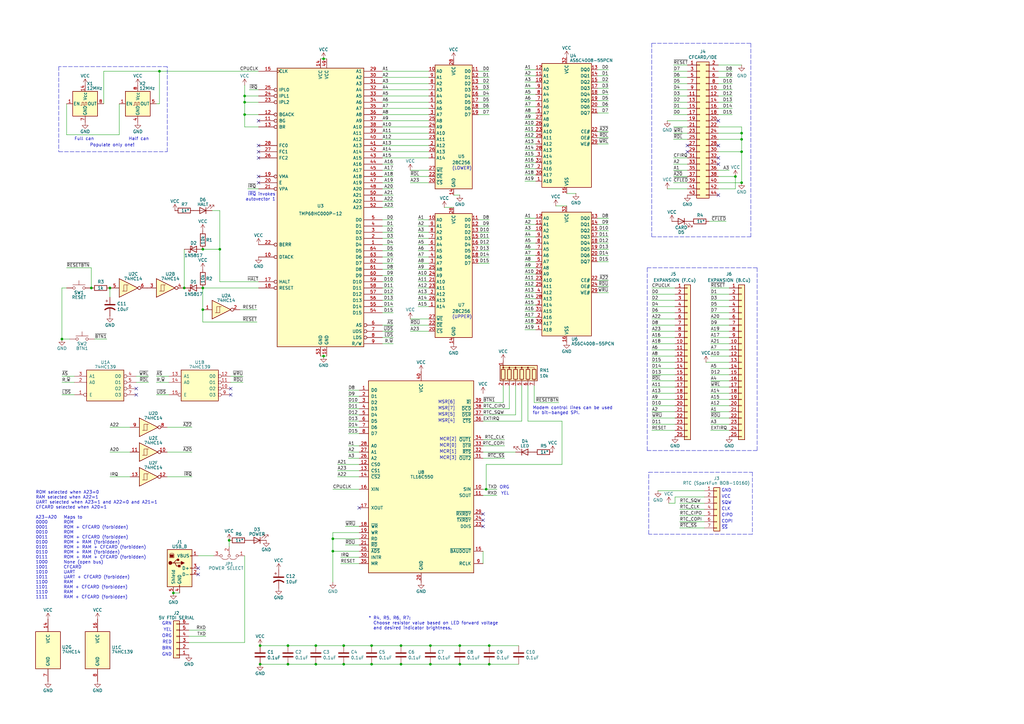
<source format=kicad_sch>
(kicad_sch (version 20250114) (generator "eeschema") (generator_version "9.0")
  (paper "A3")
  (title_block (title "68k nano single board computer") (date "2020-06-24") (rev "1") (company "Matt Sarnoff (msarnoff.org)"))
  (text "Populate only one!" (at 36.83 60.325 0) (effects (font (size 1.27 1.27)) (justify left bottom)))
  (text "MSR[5]" (at 186.69 170.815 0) (effects (font (size 1.27 1.27)) (justify right bottom)))
  (text "ROM selected when A23=0\nRAM selected when A22=1\nUART selected when A23=1 and A22=0 and A21=1\nCFCARD selected when A20=1" (at 14.605 208.915 0) (effects (font (size 1.27 1.27)) (justify left bottom)))
  (text "CLK" (at 295.91 209.55 0) (effects (font (size 1.27 1.27)) (justify left bottom)))
  (text "CIPO" (at 295.91 212.09 0) (effects (font (size 1.27 1.27)) (justify left bottom)))
  (text "RED" (at 70.485 264.16 0) (effects (font (size 1.27 1.27)) (justify right bottom)))
  (text "ORG" (at 70.485 261.62 0) (effects (font (size 1.27 1.27)) (justify right bottom)))
  (text "MCR[1]" (at 187.325 186.055 0) (effects (font (size 1.27 1.27)) (justify right bottom)))
  (text "MSR[7]" (at 186.69 168.275 0) (effects (font (size 1.27 1.27)) (justify right bottom)))
  (text "Half can" (at 52.705 57.785 0) (effects (font (size 1.27 1.27)) (justify left bottom)))
  (text "Modem control lines can be used\nfor bit-banged SPI." (at 218.44 170.18 0) (effects (font (size 1.27 1.27)) (justify left bottom)))
  (text "(LOWER)" (at 185.42 69.85 0) (effects (font (size 1.27 1.27)) (justify left bottom)))
  (text "VCC" (at 295.91 204.47 0) (effects (font (size 1.27 1.27)) (justify left bottom)))
  (text "MSR[4]" (at 186.69 173.355 0) (effects (font (size 1.27 1.27)) (justify right bottom)))
  (text "~{IRQ} invokes\nautovector 1" (at 113.03 82.55 0) (effects (font (size 1.27 1.27)) (justify right bottom)))
  (text "GRN" (at 70.485 256.54 0) (effects (font (size 1.27 1.27)) (justify right bottom)))
  (text "ORG" (at 208.915 200.66 0) (effects (font (size 1.27 1.27)) (justify right bottom)))
  (text "Full can" (at 30.48 57.785 0) (effects (font (size 1.27 1.27)) (justify left bottom)))
  (text "(UPPER)" (at 185.42 130.81 0) (effects (font (size 1.27 1.27)) (justify left bottom)))
  (text "MSR[6]" (at 186.69 165.735 0) (effects (font (size 1.27 1.27)) (justify right bottom)))
  (text "YEL" (at 70.485 259.08 0) (effects (font (size 1.27 1.27)) (justify right bottom)))
  (text "Maps to\nROM\nROM + CFCARD (forbidden)\nROM\nROM + CFCARD (forbidden)\nROM + RAM (forbidden)\nROM + RAM + CFCARD (forbidden)\nROM + RAM (forbidden)\nROM + RAM + CFCARD (forbidden)\nNone (open bus)\nCFCARD\nUART\nUART + CFCARD (forbidden)\nRAM\nRAM + CFCARD (forbidden)\nRAM\nRAM + CFCARD (forbidden)" (at 26.035 245.745 0) (effects (font (size 1.27 1.27)) (justify left bottom)))
  (text "YEL" (at 208.915 203.2 0) (effects (font (size 1.27 1.27)) (justify right bottom)))
  (text "GND" (at 295.91 201.93 0) (effects (font (size 1.27 1.27)) (justify left bottom)))
  (text "A23-A20\n0000\n0001\n0010\n0011\n0100\n0101\n0110\n0111\n1000\n1001\n1010\n1011\n1100\n1101\n1110\n1111" (at 14.605 245.745 0) (effects (font (size 1.27 1.27)) (justify left bottom)))
  (text "GND" (at 70.485 269.24 0) (effects (font (size 1.27 1.27)) (justify right bottom)))
  (text "SQW" (at 295.91 207.01 0) (effects (font (size 1.27 1.27)) (justify left bottom)))
  (text "MCR[3]" (at 187.325 188.595 0) (effects (font (size 1.27 1.27)) (justify right bottom)))
  (text "MCR[2]" (at 187.325 180.975 0) (effects (font (size 1.27 1.27)) (justify right bottom)))
  (text "MCR[0]" (at 187.325 183.515 0) (effects (font (size 1.27 1.27)) (justify right bottom)))
  (text "BRN" (at 70.485 266.7 0) (effects (font (size 1.27 1.27)) (justify right bottom)))
  (text "COPI" (at 295.91 214.63 0) (effects (font (size 1.27 1.27)) (justify left bottom)))
  (text "* R4, R5, R6, R7: \n  Choose resistor value based on LED forward voltage\n  and desired indicator brightness." (at 151.13 258.445 0) (effects (font (size 1.27 1.27)) (justify left bottom)))
  (text "~{SS}" (at 295.91 217.17 0) (effects (font (size 1.27 1.27)) (justify left bottom)))
  (junction (at 45.085 118.11))
  (junction (at 188.595 264.795))
  (junction (at 304.165 62.23))
  (junction (at 71.12 243.205))
  (junction (at 100.33 46.99))
  (junction (at 65.405 29.21))
  (junction (at 100.33 41.91))
  (junction (at 188.595 272.415))
  (junction (at 37.465 118.11))
  (junction (at 83.185 102.235))
  (junction (at 176.53 264.795))
  (junction (at 304.165 54.61))
  (junction (at 152.4 272.415))
  (junction (at 304.165 74.93))
  (junction (at 106.68 264.795))
  (junction (at 83.185 127))
  (junction (at 132.715 146.05))
  (junction (at 140.97 272.415))
  (junction (at 129.54 264.795))
  (junction (at 106.68 272.415))
  (junction (at 176.53 272.415))
  (junction (at 132.715 24.13))
  (junction (at 200.66 264.795))
  (junction (at 164.465 264.795))
  (junction (at 25.4 139.065))
  (junction (at 199.39 200.66))
  (junction (at 100.33 39.37))
  (junction (at 136.525 226.06))
  (junction (at 90.17 102.235))
  (junction (at 129.54 272.415))
  (junction (at 301.625 72.39))
  (junction (at 152.4 264.795))
  (junction (at 118.11 264.795))
  (junction (at 83.185 118.11))
  (junction (at 93.98 221.615))
  (junction (at 140.97 264.795))
  (junction (at 118.11 272.415))
  (junction (at 136.525 220.98))
  (junction (at 200.66 272.415))
  (junction (at 304.165 57.15))
  (junction (at 164.465 272.415))
  (junction (at 75.565 118.11))
  (no_connect (at 294.64 59.69))
  (no_connect (at 106.045 49.53))
  (no_connect (at 294.64 64.77))
  (no_connect (at 81.28 235.585))
  (no_connect (at 106.045 64.77))
  (no_connect (at 294.64 67.31))
  (no_connect (at 198.12 213.36))
  (no_connect (at 198.12 210.82))
  (no_connect (at 55.88 159.385))
  (no_connect (at 198.12 215.9))
  (no_connect (at 94.615 161.925))
  (no_connect (at 55.88 161.925))
  (no_connect (at 294.64 49.53))
  (no_connect (at 294.64 80.01))
  (no_connect (at 147.32 208.28))
  (no_connect (at 106.045 62.23))
  (no_connect (at 81.28 233.045))
  (no_connect (at 106.045 74.93))
  (no_connect (at 106.045 59.69))
  (no_connect (at 106.045 72.39))
  (no_connect (at 281.94 62.23))
  (no_connect (at 281.94 59.69))
  (no_connect (at 94.615 159.385))
  (wire (pts (xy 276.86 153.67) (xy 267.335 153.67)))
  (wire (pts (xy 276.86 140.97) (xy 267.335 140.97)))
  (wire (pts (xy 219.075 165.1) (xy 229.235 165.1)))
  (wire (pts (xy 219.71 99.695) (xy 215.265 99.695)))
  (polyline (pts (xy 308.61 219.075) (xy 266.065 219.075)) (stroke (width 0) (type dash)))
  (wire (pts (xy 77.47 258.445) (xy 84.455 258.445)))
  (wire (pts (xy 219.71 46.355) (xy 215.265 46.355)))
  (wire (pts (xy 212.725 272.415) (xy 200.66 272.415)))
  (wire (pts (xy 156.845 90.17) (xy 161.29 90.17)))
  (polyline (pts (xy 308.61 193.675) (xy 308.61 219.075)) (stroke (width 0) (type dash)))
  (wire (pts (xy 219.71 43.815) (xy 215.265 43.815)))
  (wire (pts (xy 219.71 69.215) (xy 215.265 69.215)))
  (wire (pts (xy 304.165 52.07) (xy 304.165 54.61)))
  (wire (pts (xy 147.32 223.52) (xy 141.605 223.52)))
  (wire (pts (xy 288.925 201.295) (xy 269.875 201.295)))
  (wire (pts (xy 219.71 112.395) (xy 215.265 112.395)))
  (wire (pts (xy 299.085 168.91) (xy 291.465 168.91)))
  (wire (pts (xy 94.615 156.845) (xy 99.695 156.845)))
  (wire (pts (xy 276.86 133.35) (xy 267.335 133.35)))
  (wire (pts (xy 230.505 190.5) (xy 230.505 172.72)))
  (wire (pts (xy 53.34 185.42) (xy 45.085 185.42)))
  (wire (pts (xy 219.71 130.175) (xy 215.265 130.175)))
  (wire (pts (xy 147.32 165.1) (xy 142.875 165.1)))
  (wire (pts (xy 156.845 125.73) (xy 161.29 125.73)))
  (wire (pts (xy 156.845 128.27) (xy 161.29 128.27)))
  (wire (pts (xy 198.12 187.96) (xy 207.01 187.96)))
  (wire (pts (xy 129.54 272.415) (xy 118.11 272.415)))
  (wire (pts (xy 133.985 24.13) (xy 132.715 24.13)))
  (wire (pts (xy 156.845 39.37) (xy 175.895 39.37)))
  (wire (pts (xy 30.48 154.305) (xy 25.4 154.305)))
  (wire (pts (xy 156.845 110.49) (xy 161.29 110.49)))
  (wire (pts (xy 198.12 170.18) (xy 211.455 170.18)))
  (wire (pts (xy 288.925 208.915) (xy 278.765 208.915)))
  (wire (pts (xy 106.68 264.795) (xy 118.11 264.795)))
  (wire (pts (xy 100.33 263.525) (xy 100.33 227.965)))
  (wire (pts (xy 219.075 158.115) (xy 219.075 165.1)))
  (wire (pts (xy 37.465 118.11) (xy 37.465 109.855)))
  (wire (pts (xy 175.895 46.99) (xy 156.845 46.99)))
  (wire (pts (xy 156.845 82.55) (xy 161.29 82.55)))
  (wire (pts (xy 156.845 57.15) (xy 175.895 57.15)))
  (wire (pts (xy 133.985 146.05) (xy 132.715 146.05)))
  (wire (pts (xy 299.085 133.35) (xy 291.465 133.35)))
  (wire (pts (xy 245.11 41.275) (xy 249.555 41.275)))
  (wire (pts (xy 198.12 226.06) (xy 198.12 231.14)))
  (wire (pts (xy 156.845 72.39) (xy 161.29 72.39)))
  (wire (pts (xy 299.085 156.21) (xy 291.465 156.21)))
  (wire (pts (xy 45.085 121.92) (xy 45.085 118.11)))
  (wire (pts (xy 175.895 72.39) (xy 168.275 72.39)))
  (wire (pts (xy 291.465 158.75) (xy 299.085 158.75)))
  (wire (pts (xy 176.53 272.415) (xy 164.465 272.415)))
  (wire (pts (xy 245.11 33.655) (xy 249.555 33.655)))
  (wire (pts (xy 196.215 46.99) (xy 200.66 46.99)))
  (wire (pts (xy 175.895 120.65) (xy 171.45 120.65)))
  (polyline (pts (xy 267.335 17.78) (xy 307.975 17.78)) (stroke (width 0) (type dash)))
  (wire (pts (xy 68.58 175.26) (xy 78.74 175.26)))
  (wire (pts (xy 219.71 135.255) (xy 215.265 135.255)))
  (wire (pts (xy 198.12 185.42) (xy 211.455 185.42)))
  (wire (pts (xy 281.94 77.47) (xy 273.685 77.47)))
  (wire (pts (xy 147.32 190.5) (xy 138.43 190.5)))
  (wire (pts (xy 83.185 118.11) (xy 106.045 118.11)))
  (wire (pts (xy 156.845 97.79) (xy 161.29 97.79)))
  (wire (pts (xy 102.235 36.83) (xy 106.045 36.83)))
  (wire (pts (xy 175.895 90.17) (xy 171.45 90.17)))
  (wire (pts (xy 249.555 53.975) (xy 245.11 53.975)))
  (wire (pts (xy 294.64 34.29) (xy 300.355 34.29)))
  (wire (pts (xy 299.085 138.43) (xy 291.465 138.43)))
  (wire (pts (xy 196.215 107.95) (xy 200.66 107.95)))
  (wire (pts (xy 299.085 148.59) (xy 289.56 148.59)))
  (wire (pts (xy 245.11 46.355) (xy 249.555 46.355)))
  (wire (pts (xy 175.895 118.11) (xy 171.45 118.11)))
  (wire (pts (xy 219.71 114.935) (xy 215.265 114.935)))
  (polyline (pts (xy 266.065 219.075) (xy 266.065 193.675)) (stroke (width 0) (type dash)))
  (wire (pts (xy 147.32 182.88) (xy 142.875 182.88)))
  (wire (pts (xy 168.275 69.85) (xy 175.895 69.85)))
  (wire (pts (xy 299.085 140.97) (xy 291.465 140.97)))
  (wire (pts (xy 27.305 55.245) (xy 27.305 42.545)))
  (wire (pts (xy 42.545 29.21) (xy 65.405 29.21)))
  (wire (pts (xy 140.97 272.415) (xy 152.4 272.415)))
  (wire (pts (xy 245.11 102.235) (xy 249.555 102.235)))
  (wire (pts (xy 281.94 39.37) (xy 276.225 39.37)))
  (wire (pts (xy 186.055 80.01) (xy 188.595 80.01)))
  (wire (pts (xy 276.86 203.835) (xy 276.86 206.375)))
  (wire (pts (xy 30.48 161.925) (xy 25.4 161.925)))
  (wire (pts (xy 219.71 102.235) (xy 215.265 102.235)))
  (wire (pts (xy 232.41 79.375) (xy 236.22 79.375)))
  (wire (pts (xy 196.215 39.37) (xy 200.66 39.37)))
  (wire (pts (xy 196.215 92.71) (xy 200.66 92.71)))
  (wire (pts (xy 175.895 97.79) (xy 171.45 97.79)))
  (wire (pts (xy 276.86 161.29) (xy 267.335 161.29)))
  (wire (pts (xy 219.71 51.435) (xy 215.265 51.435)))
  (wire (pts (xy 90.17 86.36) (xy 90.17 102.235)))
  (polyline (pts (xy 68.58 62.23) (xy 68.58 27.305)) (stroke (width 0) (type dash)))
  (wire (pts (xy 245.11 99.695) (xy 249.555 99.695)))
  (wire (pts (xy 199.39 200.66) (xy 203.835 200.66)))
  (wire (pts (xy 90.17 115.57) (xy 90.17 102.235)))
  (wire (pts (xy 196.215 31.75) (xy 200.66 31.75)))
  (wire (pts (xy 219.71 132.715) (xy 215.265 132.715)))
  (wire (pts (xy 42.545 42.545) (xy 42.545 29.21)))
  (wire (pts (xy 245.11 36.195) (xy 249.555 36.195)))
  (wire (pts (xy 136.525 218.44) (xy 136.525 220.98)))
  (wire (pts (xy 245.11 104.775) (xy 249.555 104.775)))
  (wire (pts (xy 48.895 42.545) (xy 48.895 55.245)))
  (wire (pts (xy 64.135 42.545) (xy 65.405 42.545)))
  (wire (pts (xy 294.64 36.83) (xy 300.355 36.83)))
  (wire (pts (xy 276.86 158.75) (xy 267.335 158.75)))
  (wire (pts (xy 198.12 180.34) (xy 207.01 180.34)))
  (polyline (pts (xy 24.13 62.23) (xy 68.58 62.23)) (stroke (width 0) (type dash)))
  (wire (pts (xy 299.085 123.19) (xy 291.465 123.19)))
  (wire (pts (xy 156.845 100.33) (xy 161.29 100.33)))
  (wire (pts (xy 219.71 56.515) (xy 215.265 56.515)))
  (wire (pts (xy 216.535 172.72) (xy 216.535 158.115)))
  (wire (pts (xy 147.32 170.18) (xy 142.875 170.18)))
  (wire (pts (xy 219.71 89.535) (xy 215.265 89.535)))
  (wire (pts (xy 147.32 187.96) (xy 142.875 187.96)))
  (wire (pts (xy 245.11 59.055) (xy 249.555 59.055)))
  (polyline (pts (xy 307.975 97.155) (xy 267.335 97.155)) (stroke (width 0) (type dash)))
  (wire (pts (xy 147.32 162.56) (xy 142.875 162.56)))
  (wire (pts (xy 175.895 59.69) (xy 156.845 59.69)))
  (wire (pts (xy 90.17 102.235) (xy 83.185 102.235)))
  (wire (pts (xy 294.64 72.39) (xy 301.625 72.39)))
  (wire (pts (xy 55.88 156.845) (xy 60.96 156.845)))
  (wire (pts (xy 147.32 177.8) (xy 142.875 177.8)))
  (wire (pts (xy 156.845 34.29) (xy 175.895 34.29)))
  (wire (pts (xy 219.71 66.675) (xy 215.265 66.675)))
  (polyline (pts (xy 267.335 97.155) (xy 267.335 17.78)) (stroke (width 0) (type dash)))
  (wire (pts (xy 156.845 133.35) (xy 161.29 133.35)))
  (wire (pts (xy 276.86 120.65) (xy 267.335 120.65)))
  (wire (pts (xy 276.86 148.59) (xy 267.335 148.59)))
  (wire (pts (xy 188.595 264.795) (xy 200.66 264.795)))
  (wire (pts (xy 106.045 41.91) (xy 100.33 41.91)))
  (wire (pts (xy 106.045 77.47) (xy 101.6 77.47)))
  (wire (pts (xy 65.405 42.545) (xy 65.405 29.21)))
  (polyline (pts (xy 24.13 27.305) (xy 24.13 62.23)) (stroke (width 0) (type dash)))
  (wire (pts (xy 276.86 143.51) (xy 267.335 143.51)))
  (wire (pts (xy 140.97 264.795) (xy 129.54 264.795)))
  (wire (pts (xy 175.895 123.19) (xy 171.45 123.19)))
  (wire (pts (xy 188.595 264.795) (xy 176.53 264.795)))
  (wire (pts (xy 75.565 102.235) (xy 75.565 118.11)))
  (wire (pts (xy 299.085 143.51) (xy 291.465 143.51)))
  (wire (pts (xy 288.925 211.455) (xy 278.765 211.455)))
  (wire (pts (xy 219.71 61.595) (xy 215.265 61.595)))
  (wire (pts (xy 294.64 77.47) (xy 301.625 77.47)))
  (wire (pts (xy 245.11 89.535) (xy 249.555 89.535)))
  (wire (pts (xy 175.895 125.73) (xy 171.45 125.73)))
  (wire (pts (xy 25.4 118.11) (xy 25.4 139.065)))
  (wire (pts (xy 281.94 41.91) (xy 276.225 41.91)))
  (wire (pts (xy 118.11 272.415) (xy 106.68 272.415)))
  (wire (pts (xy 156.845 69.85) (xy 161.29 69.85)))
  (wire (pts (xy 198.12 200.66) (xy 199.39 200.66)))
  (wire (pts (xy 276.86 163.83) (xy 267.335 163.83)))
  (wire (pts (xy 219.71 28.575) (xy 215.265 28.575)))
  (wire (pts (xy 299.085 171.45) (xy 291.465 171.45)))
  (wire (pts (xy 55.88 154.305) (xy 60.96 154.305)))
  (wire (pts (xy 301.625 77.47) (xy 301.625 72.39)))
  (wire (pts (xy 98.425 127) (xy 105.41 127)))
  (wire (pts (xy 276.86 176.53) (xy 267.335 176.53)))
  (wire (pts (xy 65.405 29.21) (xy 106.045 29.21)))
  (wire (pts (xy 290.83 90.805) (xy 297.815 90.805)))
  (wire (pts (xy 94.615 154.305) (xy 99.695 154.305)))
  (wire (pts (xy 198.12 203.2) (xy 203.835 203.2)))
  (wire (pts (xy 196.215 29.21) (xy 200.66 29.21)))
  (wire (pts (xy 276.86 135.89) (xy 267.335 135.89)))
  (wire (pts (xy 68.58 185.42) (xy 78.74 185.42)))
  (wire (pts (xy 219.71 41.275) (xy 215.265 41.275)))
  (wire (pts (xy 299.085 125.73) (xy 291.465 125.73)))
  (wire (pts (xy 198.12 182.88) (xy 207.01 182.88)))
  (wire (pts (xy 219.71 94.615) (xy 215.265 94.615)))
  (polyline (pts (xy 307.975 17.78) (xy 307.975 97.155)) (stroke (width 0) (type dash)))
  (wire (pts (xy 213.995 158.115) (xy 213.995 172.72)))
  (wire (pts (xy 175.895 54.61) (xy 156.845 54.61)))
  (wire (pts (xy 281.94 57.15) (xy 276.225 57.15)))
  (wire (pts (xy 281.94 29.21) (xy 276.225 29.21)))
  (wire (pts (xy 294.64 57.15) (xy 304.165 57.15)))
  (wire (pts (xy 175.895 113.03) (xy 171.45 113.03)))
  (wire (pts (xy 281.94 72.39) (xy 276.225 72.39)))
  (wire (pts (xy 156.845 135.89) (xy 161.29 135.89)))
  (wire (pts (xy 294.64 69.85) (xy 299.085 69.85)))
  (wire (pts (xy 245.11 56.515) (xy 249.555 56.515)))
  (wire (pts (xy 156.845 49.53) (xy 175.895 49.53)))
  (wire (pts (xy 147.32 167.64) (xy 142.875 167.64)))
  (wire (pts (xy 219.71 74.295) (xy 215.265 74.295)))
  (wire (pts (xy 131.445 146.05) (xy 132.715 146.05)))
  (wire (pts (xy 276.86 138.43) (xy 267.335 138.43)))
  (wire (pts (xy 196.215 41.91) (xy 200.66 41.91)))
  (wire (pts (xy 196.215 34.29) (xy 200.66 34.29)))
  (wire (pts (xy 245.11 114.935) (xy 249.555 114.935)))
  (wire (pts (xy 156.845 62.23) (xy 175.895 62.23)))
  (wire (pts (xy 281.94 44.45) (xy 276.225 44.45)))
  (wire (pts (xy 136.525 226.06) (xy 136.525 238.76)))
  (wire (pts (xy 83.185 132.08) (xy 105.41 132.08)))
  (wire (pts (xy 68.58 195.58) (xy 78.74 195.58)))
  (wire (pts (xy 281.94 49.53) (xy 273.685 49.53)))
  (wire (pts (xy 245.11 38.735) (xy 249.555 38.735)))
  (wire (pts (xy 175.895 135.89) (xy 168.275 135.89)))
  (wire (pts (xy 86.995 86.36) (xy 90.17 86.36)))
  (wire (pts (xy 276.86 206.375) (xy 274.32 206.375)))
  (wire (pts (xy 219.71 38.735) (xy 215.265 38.735)))
  (wire (pts (xy 294.64 39.37) (xy 300.355 39.37)))
  (wire (pts (xy 288.925 216.535) (xy 278.765 216.535)))
  (wire (pts (xy 288.925 206.375) (xy 278.765 206.375)))
  (wire (pts (xy 206.375 165.1) (xy 206.375 158.115)))
  (wire (pts (xy 175.895 105.41) (xy 171.45 105.41)))
  (polyline (pts (xy 265.43 109.855) (xy 310.515 109.855)) (stroke (width 0) (type dash)))
  (wire (pts (xy 100.33 46.99) (xy 100.33 41.91)))
  (wire (pts (xy 245.11 92.075) (xy 249.555 92.075)))
  (wire (pts (xy 281.94 64.77) (xy 276.225 64.77)))
  (wire (pts (xy 299.085 135.89) (xy 291.465 135.89)))
  (wire (pts (xy 175.895 95.25) (xy 171.45 95.25)))
  (wire (pts (xy 156.845 80.01) (xy 161.29 80.01)))
  (polyline (pts (xy 68.58 27.305) (xy 24.13 27.305)) (stroke (width 0) (type dash)))
  (wire (pts (xy 294.64 31.75) (xy 300.355 31.75)))
  (wire (pts (xy 299.085 128.27) (xy 291.465 128.27)))
  (wire (pts (xy 147.32 231.14) (xy 139.7 231.14)))
  (wire (pts (xy 281.94 52.07) (xy 276.225 52.07)))
  (wire (pts (xy 299.085 176.53) (xy 291.465 176.53)))
  (wire (pts (xy 175.895 133.35) (xy 168.275 133.35)))
  (wire (pts (xy 245.11 117.475) (xy 249.555 117.475)))
  (wire (pts (xy 281.94 54.61) (xy 276.225 54.61)))
  (polyline (pts (xy 310.515 109.855) (xy 310.515 184.785)) (stroke (width 0) (type dash)))
  (wire (pts (xy 294.64 41.91) (xy 300.355 41.91)))
  (wire (pts (xy 294.64 46.99) (xy 300.355 46.99)))
  (wire (pts (xy 219.71 71.755) (xy 215.265 71.755)))
  (wire (pts (xy 176.53 272.415) (xy 188.595 272.415)))
  (wire (pts (xy 175.895 115.57) (xy 171.45 115.57)))
  (wire (pts (xy 276.86 125.73) (xy 267.335 125.73)))
  (wire (pts (xy 48.895 55.245) (xy 27.305 55.245)))
  (wire (pts (xy 175.895 107.95) (xy 171.45 107.95)))
  (wire (pts (xy 245.11 43.815) (xy 249.555 43.815)))
  (wire (pts (xy 175.895 41.91) (xy 156.845 41.91)))
  (wire (pts (xy 281.94 34.29) (xy 276.225 34.29)))
  (wire (pts (xy 198.12 167.64) (xy 208.915 167.64)))
  (wire (pts (xy 211.455 170.18) (xy 211.455 158.115)))
  (wire (pts (xy 288.925 213.995) (xy 278.765 213.995)))
  (wire (pts (xy 294.64 26.67) (xy 304.165 26.67)))
  (wire (pts (xy 294.64 44.45) (xy 300.355 44.45)))
  (wire (pts (xy 175.895 100.33) (xy 171.45 100.33)))
  (wire (pts (xy 175.895 92.71) (xy 171.45 92.71)))
  (wire (pts (xy 196.215 102.87) (xy 200.66 102.87)))
  (wire (pts (xy 276.86 118.11) (xy 267.335 118.11)))
  (wire (pts (xy 156.845 120.65) (xy 161.29 120.65)))
  (wire (pts (xy 219.71 92.075) (xy 215.265 92.075)))
  (wire (pts (xy 299.085 161.29) (xy 291.465 161.29)))
  (wire (pts (xy 219.71 33.655) (xy 215.265 33.655)))
  (wire (pts (xy 152.4 264.795) (xy 140.97 264.795)))
  (wire (pts (xy 106.045 46.99) (xy 100.33 46.99)))
  (wire (pts (xy 299.085 118.11) (xy 291.465 118.11)))
  (wire (pts (xy 219.71 120.015) (xy 215.265 120.015)))
  (wire (pts (xy 281.94 36.83) (xy 276.225 36.83)))
  (wire (pts (xy 152.4 264.795) (xy 164.465 264.795)))
  (wire (pts (xy 147.32 220.98) (xy 136.525 220.98)))
  (wire (pts (xy 156.845 92.71) (xy 161.29 92.71)))
  (wire (pts (xy 147.32 200.66) (xy 136.525 200.66)))
  (wire (pts (xy 100.33 52.07) (xy 100.33 46.99)))
  (wire (pts (xy 156.845 74.93) (xy 161.29 74.93)))
  (wire (pts (xy 37.465 109.855) (xy 27.305 109.855)))
  (wire (pts (xy 196.215 90.17) (xy 200.66 90.17)))
  (wire (pts (xy 132.715 24.13) (xy 131.445 24.13)))
  (wire (pts (xy 219.71 109.855) (xy 215.265 109.855)))
  (wire (pts (xy 196.215 100.33) (xy 200.66 100.33)))
  (wire (pts (xy 299.085 130.81) (xy 291.465 130.81)))
  (wire (pts (xy 299.085 146.05) (xy 291.465 146.05)))
  (wire (pts (xy 175.895 74.93) (xy 168.275 74.93)))
  (wire (pts (xy 219.71 48.895) (xy 215.265 48.895)))
  (wire (pts (xy 156.845 105.41) (xy 161.29 105.41)))
  (wire (pts (xy 245.11 94.615) (xy 249.555 94.615)))
  (polyline (pts (xy 266.065 193.675) (xy 308.61 193.675)) (stroke (width 0) (type dash)))
  (wire (pts (xy 276.86 146.05) (xy 267.335 146.05)))
  (wire (pts (xy 294.64 29.21) (xy 300.355 29.21)))
  (wire (pts (xy 196.215 95.25) (xy 200.66 95.25)))
  (wire (pts (xy 304.165 57.15) (xy 304.165 54.61)))
  (wire (pts (xy 28.575 139.065) (xy 25.4 139.065)))
  (wire (pts (xy 281.94 67.31) (xy 276.225 67.31)))
  (wire (pts (xy 182.245 85.09) (xy 186.055 85.09)))
  (wire (pts (xy 147.32 185.42) (xy 142.875 185.42)))
  (wire (pts (xy 136.525 220.98) (xy 136.525 226.06)))
  (wire (pts (xy 175.895 102.87) (xy 171.45 102.87)))
  (wire (pts (xy 53.34 175.26) (xy 45.085 175.26)))
  (wire (pts (xy 147.32 218.44) (xy 136.525 218.44)))
  (wire (pts (xy 219.71 127.635) (xy 215.265 127.635)))
  (wire (pts (xy 30.48 156.845) (xy 25.4 156.845)))
  (wire (pts (xy 175.895 110.49) (xy 171.45 110.49)))
  (polyline (pts (xy 265.43 184.785) (xy 265.43 109.855)) (stroke (width 0) (type dash)))
  (wire (pts (xy 156.845 44.45) (xy 175.895 44.45)))
  (wire (pts (xy 106.045 52.07) (xy 100.33 52.07)))
  (wire (pts (xy 219.71 125.095) (xy 215.265 125.095)))
  (wire (pts (xy 156.845 85.09) (xy 161.29 85.09)))
  (wire (pts (xy 156.845 102.87) (xy 161.29 102.87)))
  (wire (pts (xy 188.595 272.415) (xy 200.66 272.415)))
  (wire (pts (xy 156.845 138.43) (xy 161.29 138.43)))
  (wire (pts (xy 156.845 115.57) (xy 161.29 115.57)))
  (wire (pts (xy 164.465 272.415) (xy 152.4 272.415)))
  (wire (pts (xy 294.64 62.23) (xy 304.165 62.23)))
  (wire (pts (xy 288.925 203.835) (xy 276.86 203.835)))
  (wire (pts (xy 281.94 74.93) (xy 276.225 74.93)))
  (wire (pts (xy 147.32 175.26) (xy 142.875 175.26)))
  (wire (pts (xy 69.215 161.925) (xy 64.135 161.925)))
  (wire (pts (xy 69.215 156.845) (xy 64.135 156.845)))
  (wire (pts (xy 281.94 31.75) (xy 276.225 31.75)))
  (wire (pts (xy 219.71 64.135) (xy 215.265 64.135)))
  (wire (pts (xy 199.39 200.66) (xy 199.39 190.5)))
  (polyline (pts (xy 310.515 184.785) (xy 265.43 184.785)) (stroke (width 0) (type dash)))
  (wire (pts (xy 83.185 118.11) (xy 83.185 127)))
  (wire (pts (xy 276.86 130.81) (xy 267.335 130.81)))
  (wire (pts (xy 100.33 41.91) (xy 100.33 39.37)))
  (wire (pts (xy 156.845 67.31) (xy 161.29 67.31)))
  (wire (pts (xy 156.845 29.21) (xy 175.895 29.21)))
  (wire (pts (xy 156.845 52.07) (xy 175.895 52.07)))
  (wire (pts (xy 77.47 263.525) (xy 100.33 263.525)))
  (wire (pts (xy 212.725 264.795) (xy 200.66 264.795)))
  (wire (pts (xy 232.41 84.455) (xy 227.965 84.455)))
  (wire (pts (xy 219.71 104.775) (xy 215.265 104.775)))
  (wire (pts (xy 147.32 228.6) (xy 139.7 228.6)))
  (wire (pts (xy 140.97 272.415) (xy 129.54 272.415)))
  (wire (pts (xy 147.32 226.06) (xy 136.525 226.06)))
  (wire (pts (xy 304.165 62.23) (xy 304.165 74.93)))
  (wire (pts (xy 267.335 173.99) (xy 276.86 173.99)))
  (wire (pts (xy 38.735 139.065) (xy 43.815 139.065)))
  (wire (pts (xy 281.94 46.99) (xy 276.225 46.99)))
  (wire (pts (xy 219.71 122.555) (xy 215.265 122.555)))
  (wire (pts (xy 276.86 171.45) (xy 267.335 171.45)))
  (wire (pts (xy 196.215 44.45) (xy 200.66 44.45)))
  (wire (pts (xy 83.185 127) (xy 83.185 132.08)))
  (wire (pts (xy 176.53 264.795) (xy 164.465 264.795)))
  (wire (pts (xy 219.71 31.115) (xy 215.265 31.115)))
  (wire (pts (xy 276.86 128.27) (xy 267.335 128.27)))
  (wire (pts (xy 299.085 166.37) (xy 291.465 166.37)))
  (wire (pts (xy 294.64 74.93) (xy 304.165 74.93)))
  (wire (pts (xy 156.845 95.25) (xy 161.29 95.25)))
  (wire (pts (xy 156.845 113.03) (xy 161.29 113.03)))
  (wire (pts (xy 294.64 54.61) (xy 304.165 54.61)))
  (wire (pts (xy 219.71 107.315) (xy 215.265 107.315)))
  (wire (pts (xy 27.305 118.11) (xy 25.4 118.11)))
  (wire (pts (xy 299.085 153.67) (xy 291.465 153.67)))
  (wire (pts (xy 196.215 105.41) (xy 200.66 105.41)))
  (wire (pts (xy 230.505 172.72) (xy 216.535 172.72)))
  (wire (pts (xy 276.86 166.37) (xy 267.335 166.37)))
  (wire (pts (xy 81.28 227.965) (xy 87.63 227.965)))
  (wire (pts (xy 118.11 264.795) (xy 129.54 264.795)))
  (wire (pts (xy 93.98 221.615) (xy 93.98 224.155)))
  (wire (pts (xy 156.845 140.97) (xy 161.29 140.97)))
  (wire (pts (xy 199.39 190.5) (xy 230.505 190.5)))
  (wire (pts (xy 219.71 117.475) (xy 215.265 117.475)))
  (wire (pts (xy 294.64 52.07) (xy 304.165 52.07)))
  (wire (pts (xy 175.895 36.83) (xy 156.845 36.83)))
  (wire (pts (xy 168.275 130.81) (xy 175.895 130.81)))
  (wire (pts (xy 245.11 120.015) (xy 249.555 120.015)))
  (wire (pts (xy 198.12 165.1) (xy 206.375 165.1)))
  (wire (pts (xy 156.845 107.95) (xy 161.29 107.95)))
  (wire (pts (xy 245.11 97.155) (xy 249.555 97.155)))
  (wire (pts (xy 219.71 59.055) (xy 215.265 59.055)))
  (wire (pts (xy 53.34 195.58) (xy 45.085 195.58)))
  (wire (pts (xy 213.995 172.72) (xy 198.12 172.72)))
  (wire (pts (xy 147.32 172.72) (xy 142.875 172.72)))
  (wire (pts (xy 147.32 193.04) (xy 138.43 193.04)))
  (wire (pts (xy 276.86 123.19) (xy 267.335 123.19)))
  (wire (pts (xy 219.71 36.195) (xy 215.265 36.195)))
  (wire (pts (xy 219.71 53.975) (xy 215.265 53.975)))
  (wire (pts (xy 156.845 123.19) (xy 161.29 123.19)))
  (wire (pts (xy 196.215 97.79) (xy 200.66 97.79)))
  (wire (pts (xy 106.045 115.57) (xy 90.17 115.57)))
  (wire (pts (xy 299.085 163.83) (xy 291.465 163.83)))
  (wire (pts (xy 156.845 77.47) (xy 161.29 77.47)))
  (wire (pts (xy 147.32 160.02) (xy 142.875 160.02)))
  (wire (pts (xy 147.32 195.58) (xy 138.43 195.58)))
  (wire (pts (xy 208.915 158.115) (xy 208.915 167.64)))
  (wire (pts (xy 245.11 28.575) (xy 249.555 28.575)))
  (wire (pts (xy 156.845 31.75) (xy 175.895 31.75)))
  (wire (pts (xy 291.465 151.13) (xy 299.085 151.13)))
  (wire (pts (xy 281.94 26.67) (xy 276.225 26.67)))
  (wire (pts (xy 77.47 260.985) (xy 84.455 260.985)))
  (wire (pts (xy 156.845 118.11) (xy 161.29 118.11)))
  (wire (pts (xy 175.895 64.77) (xy 156.845 64.77)))
  (wire (pts (xy 276.86 168.91) (xy 267.335 168.91)))
  (wire (pts (xy 299.085 173.99) (xy 291.465 173.99)))
  (wire (pts (xy 100.33 34.925) (xy 100.33 39.37)))
  (wire (pts (xy 219.71 97.155) (xy 215.265 97.155)))
  (wire (pts (xy 245.11 31.115) (xy 249.555 31.115)))
  (wire (pts (xy 106.045 39.37) (xy 100.33 39.37)))
  (wire (pts (xy 281.94 69.85) (xy 276.225 69.85)))
  (wire (pts (xy 299.085 120.65) (xy 291.465 120.65)))
  (wire (pts (xy 276.86 151.13) (xy 267.335 151.13)))
  (wire (pts (xy 71.12 243.205) (xy 73.66 243.205)))
  (wire (pts (xy 196.215 36.83) (xy 200.66 36.83)))
  (wire (pts (xy 304.165 57.15) (xy 304.165 62.23)))
  (wire (pts (xy 147.32 215.9) (xy 141.605 215.9)))
  (wire (pts (xy 69.215 154.305) (xy 64.135 154.305)))
  (wire (pts (xy 276.86 156.21) (xy 267.335 156.21)))
  (wire (pts (xy 245.11 107.315) (xy 249.555 107.315)))
  (label "D2" (at 267.335 123.19 0))
  (label "A18" (at 215.265 71.755 0))
  (label "A14" (at 215.265 122.555 0))
  (label "A16" (at 161.29 67.31 180))
  (label "D11" (at 142.875 167.64 0))
  (label "~{LDS}" (at 161.29 138.43 180))
  (label "A2" (at 215.265 92.075 0))
  (label "A21" (at 138.43 190.5 0))
  (label "A2" (at 171.45 92.71 0))
  (label "D5" (at 276.225 34.29 0))
  (label "~{RESET}" (at 291.465 118.11 0))
  (label "D13" (at 300.355 41.91 180))
  (label "A13" (at 156.845 59.69 0))
  (label "D8" (at 300.355 29.21 180))
  (label "A13" (at 267.335 161.29 0))
  (label "~{RDL}" (at 276.225 57.15 0))
  (label "A3" (at 215.265 94.615 0))
  (label "A5" (at 291.465 151.13 0))
  (label "A4" (at 156.845 36.83 0))
  (label "~{WRL}" (at 291.465 158.75 0))
  (label "RTC_CLK" (at 207.01 180.34 180))
  (label "A5" (at 156.845 39.37 0))
  (label "~{WRU}" (at 249.555 120.015 180))
  (label "D12" (at 300.355 39.37 180))
  (label "A23" (at 168.275 135.89 0))
  (label "D5" (at 200.66 41.91 180))
  (label "D4" (at 276.225 36.83 0))
  (label "D4" (at 200.66 39.37 180))
  (label "A18" (at 267.335 140.97 0))
  (label "A3" (at 291.465 173.99 0))
  (label "D10" (at 267.335 166.37 0))
  (label "A12" (at 215.265 56.515 0))
  (label "A2" (at 276.225 67.31 0))
  (label "D5" (at 291.465 125.73 0))
  (label "A1" (at 142.875 182.88 0))
  (label "~{RDL}" (at 168.275 72.39 0))
  (label "D12" (at 142.875 170.18 0))
  (label "D9" (at 142.875 162.56 0))
  (label "A9" (at 215.265 109.855 0))
  (label "D2" (at 161.29 95.25 180))
  (label "RTC_COPI" (at 278.765 213.995 0))
  (label "D8" (at 249.555 89.535 180))
  (label "D3" (at 291.465 123.19 0))
  (label "R,~{W}" (at 25.4 156.845 0))
  (label "A15" (at 291.465 163.83 0))
  (label "D15" (at 267.335 148.59 0))
  (label "A18" (at 161.29 72.39 180))
  (label "D14" (at 142.875 175.26 0))
  (label "A17" (at 215.265 130.175 0))
  (label "~{RDU}" (at 99.695 156.845 180))
  (label "RTC_SQW" (at 278.765 206.375 0))
  (label "IRQ" (at 139.7 228.6 0))
  (label "~{WRL}" (at 60.96 154.305 180))
  (label "D9" (at 200.66 92.71 180))
  (label "RESET" (at 267.335 176.53 0))
  (label "A1" (at 291.465 168.91 0))
  (label "D3" (at 200.66 36.83 180))
  (label "A3" (at 156.845 34.29 0))
  (label "~{RTC_SS}" (at 207.01 187.96 180))
  (label "EXTIRQ" (at 198.12 172.72 0))
  (label "~{RESETBTN}" (at 229.235 165.1 180))
  (label "D0" (at 161.29 90.17 180))
  (label "~{IRQ}" (at 102.235 36.83 0))
  (label "D10" (at 161.29 115.57 180))
  (label "~{WRU}" (at 141.605 215.9 0))
  (label "TXD" (at 203.835 200.66 180))
  (label "D0" (at 267.335 120.65 0))
  (label "~{HALT}" (at 106.045 115.57 180))
  (label "A7" (at 291.465 143.51 0))
  (label "RXD" (at 84.455 258.445 180))
  (label "~{A22}" (at 78.74 175.26 180))
  (label "D11" (at 200.66 97.79 180))
  (label "D8" (at 200.66 90.17 180))
  (label "D15" (at 300.355 46.99 180))
  (label "A21" (at 161.29 80.01 180))
  (label "A1" (at 276.225 69.85 0))
  (label "D0" (at 276.225 46.99 0))
  (label "D2" (at 200.66 34.29 180))
  (label "~{CFLED}" (at 276.225 74.93 0))
  (label "A20" (at 291.465 130.81 0))
  (label "D5" (at 249.555 41.275 180))
  (label "A5" (at 215.265 38.735 0))
  (label "A11" (at 156.845 54.61 0))
  (label "A23" (at 161.29 85.09 180))
  (label "D11" (at 161.29 118.11 180))
  (label "D13" (at 200.66 102.87 180))
  (label "A9" (at 156.845 49.53 0))
  (label "A13" (at 215.265 120.015 0))
  (label "D12" (at 200.66 100.33 180))
  (label "D12" (at 249.555 99.695 180))
  (label "D14" (at 267.335 151.13 0))
  (label "A7" (at 215.265 43.815 0))
  (label "RESET" (at 105.41 127 180))
  (label "A4" (at 215.265 36.195 0))
  (label "D13" (at 249.555 102.235 180))
  (label "A19" (at 291.465 135.89 0))
  (label "A23" (at 267.335 135.89 0))
  (label "A6" (at 156.845 41.91 0))
  (label "A15" (at 215.265 64.135 0))
  (label "A2" (at 156.845 31.75 0))
  (label "D6" (at 249.555 43.815 180))
  (label "D13" (at 142.875 172.72 0))
  (label "D10" (at 142.875 165.1 0))
  (label "A22" (at 267.335 130.81 0))
  (label "A22" (at 161.29 82.55 180))
  (label "A17" (at 215.265 69.215 0))
  (label "A1" (at 156.845 29.21 0))
  (label "A18" (at 215.265 132.715 0))
  (label "A19" (at 161.29 74.93 180))
  (label "D0" (at 200.66 29.21 180))
  (label "~{IRQ}" (at 101.6 77.47 0))
  (label "A2" (at 267.335 168.91 0))
  (label "~{AS}" (at 25.4 154.305 0))
  (label "D12" (at 291.465 153.67 0))
  (label "~{WRU}" (at 99.695 154.305 180))
  (label "D3" (at 249.555 36.195 180))
  (label "A22" (at 138.43 195.58 0))
  (label "D8" (at 267.335 133.35 0))
  (label "D14" (at 300.355 44.45 180))
  (label "A11" (at 171.45 115.57 0))
  (label "D12" (at 161.29 120.65 180))
  (label "RESET" (at 139.7 231.14 0))
  (label "A13" (at 171.45 120.65 0))
  (label "D9" (at 161.29 113.03 180))
  (label "A12" (at 156.845 57.15 0))
  (label "A16" (at 215.265 66.675 0))
  (label "A9" (at 215.265 48.895 0))
  (label "A8" (at 215.265 107.315 0))
  (label "EXTIRQ" (at 291.465 176.53 0))
  (label "A1" (at 171.45 90.17 0))
  (label "A12" (at 291.465 166.37 0))
  (label "D8" (at 142.875 160.02 0))
  (label "D15" (at 200.66 107.95 180))
  (label "D7" (at 276.225 29.21 0))
  (label "D10" (at 300.355 34.29 180))
  (label "A23" (at 138.43 193.04 0))
  (label "A2" (at 215.265 31.115 0))
  (label "D3" (at 161.29 97.79 180))
  (label "~{A20}" (at 276.225 72.39 0))
  (label "D4" (at 161.29 100.33 180))
  (label "D1" (at 161.29 92.71 180))
  (label "A15" (at 215.265 125.095 0))
  (label "D8" (at 161.29 110.49 180))
  (label "~{BTN1}" (at 43.815 139.065 180))
  (label "RXD" (at 203.835 203.2 180))
  (label "A2" (at 142.875 185.42 0))
  (label "A10" (at 215.265 51.435 0))
  (label "A20" (at 45.085 185.42 0))
  (label "D6" (at 200.66 44.45 180))
  (label "A20" (at 161.29 77.47 180))
  (label "D0" (at 249.555 28.575 180))
  (label "A6" (at 267.335 143.51 0))
  (label "A8" (at 156.845 46.99 0))
  (label "D2" (at 276.225 41.91 0))
  (label "A14" (at 156.845 62.23 0))
  (label "A1" (at 215.265 89.535 0))
  (label "D7" (at 161.29 107.95 180))
  (label "A17" (at 291.465 138.43 0))
  (label "A8" (at 215.265 46.355 0))
  (label "~{RDU}" (at 291.465 171.45 0))
  (label "A10" (at 291.465 146.05 0))
  (label "D7" (at 291.465 128.27 0))
  (label "A17" (at 161.29 69.85 180))
  (label "A14" (at 171.45 123.19 0))
  (label "D7" (at 200.66 46.99 180))
  (label "~{WRL}" (at 276.225 54.61 0))
  (label "A7" (at 171.45 105.41 0))
  (label "A3" (at 299.085 69.85 180))
  (label "~{AS}" (at 64.135 154.305 0))
  (label "CFIRQ" (at 276.225 64.77 0))
  (label "D3" (at 276.225 39.37 0))
  (label "A3" (at 171.45 95.25 0))
  (label "RTC_CIPO" (at 198.12 167.64 0))
  (label "CPUCLK" (at 106.045 29.21 180))
  (label "A8" (at 171.45 107.95 0))
  (label "~{BTN1}" (at 198.12 165.1 0))
  (label "A6" (at 171.45 102.87 0))
  (label "~{RDL}" (at 249.555 56.515 180))
  (label "~{RTC_SS}" (at 278.765 216.535 0))
  (label "A5" (at 171.45 100.33 0))
  (label "A15" (at 156.845 64.77 0))
  (label "A11" (at 215.265 53.975 0))
  (label "~{RDU}" (at 141.605 223.52 0))
  (label "R,~{W}" (at 64.135 156.845 0))
  (label "D9" (at 291.465 133.35 0))
  (label "A22" (at 45.085 175.26 0))
  (label "D1" (at 291.465 120.65 0))
  (label "~{IRQ}" (at 78.74 195.58 180))
  (label "D14" (at 200.66 105.41 180))
  (label "~{A22}" (at 249.555 114.935 180))
  (label "A19" (at 215.265 135.255 0))
  (label "A10" (at 171.45 113.03 0))
  (label "D5" (at 161.29 102.87 180))
  (label "D14" (at 161.29 125.73 180))
  (label "~{CFLED}" (at 297.815 90.805 180))
  (label "A11" (at 267.335 158.75 0))
  (label "A14" (at 291.465 161.29 0))
  (label "D9" (at 300.355 31.75 180))
  (label "A12" (at 215.265 117.475 0))
  (label "A7" (at 215.265 104.775 0))
  (label "~{A20}" (at 78.74 185.42 180))
  (label "A8" (at 267.335 146.05 0))
  (label "~{UDS}" (at 161.29 135.89 180))
  (label "A9" (at 171.45 110.49 0))
  (label "D13" (at 161.29 123.19 180))
  (label "D1" (at 276.225 44.45 0))
  (label "~{RESET}" (at 105.41 132.08 180))
  (label "D6" (at 276.225 31.75 0))
  (label "D11" (at 300.355 36.83 180))
  (label "D10" (at 249.555 94.615 180))
  (label "D15" (at 249.555 107.315 180))
  (label "D1" (at 200.66 31.75 180))
  (label "~{RESET}" (at 276.225 26.67 0))
  (label "A4" (at 291.465 156.21 0))
  (label "CPUCLK" (at 136.525 200.66 0))
  (label "A12" (at 171.45 118.11 0))
  (label "D7" (at 249.555 46.355 180))
  (label "RTC_SQW" (at 198.12 170.18 0))
  (label "A16" (at 215.265 127.635 0))
  (label "~{RDU}" (at 168.275 133.35 0))
  (label "A14" (at 215.265 61.595 0))
  (label "D10" (at 200.66 95.25 180))
  (label "A1" (at 215.265 28.575 0))
  (label "D14" (at 249.555 104.775 180))
  (label "A16" (at 267.335 138.43 0))
  (label "D11" (at 249.555 97.155 180))
  (label "~{UDS}" (at 64.135 161.925 0))
  (label "~{RDU}" (at 249.555 117.475 180))
  (label "D15" (at 142.875 177.8 0))
  (label "D15" (at 161.29 128.27 180))
  (label "A3" (at 215.265 33.655 0))
  (label "~{WRL}" (at 249.555 59.055 180))
  (label "A6" (at 215.265 102.235 0))
  (label "D9" (at 249.555 92.075 180))
  (label "RTC_CIPO" (at 278.765 211.455 0))
  (label "~{WRU}" (at 267.335 171.45 0))
  (label "A5" (at 215.265 99.695 0))
  (label "A23" (at 168.275 74.93 0))
  (label "~{RDL}" (at 267.335 156.21 0))
  (label "A9" (at 267.335 163.83 0))
  (label "A21" (at 291.465 140.97 0))
  (label "D1" (at 249.555 31.115 180))
  (label "D11" (at 267.335 173.99 0))
  (label "A4" (at 215.265 97.155 0))
  (label "D6" (at 267.335 128.27 0))
  (label "A10" (at 215.265 112.395 0))
  (label "A4" (at 171.45 97.79 0))
  (label "R,~{W}" (at 161.29 140.97 180))
  (label "IRQ" (at 45.085 195.58 0))
  (label "A19" (at 215.265 74.295 0))
  (label "A6" (at 215.265 41.275 0))
  (label "~{A22}" (at 249.555 53.975 180))
  (label "~{AS}" (at 161.29 133.35 180))
  (label "D4" (at 267.335 125.73 0))
  (label "A3" (at 142.875 187.96 0))
  (label "RTC_COPI" (at 207.01 182.88 180))
  (label "~{RESETBTN}" (at 27.305 109.855 0))
  (label "D4" (at 249.555 38.735 180))
  (label "A7" (at 156.845 44.45 0))
  (label "A10" (at 156.845 52.07 0))
  (label "A15" (at 171.45 125.73 0))
  (label "A11" (at 215.265 114.935 0))
  (label "D6" (at 161.29 105.41 180))
  (label "CPUCLK" (at 267.335 118.11 0))
  (label "~{LDS}" (at 25.4 161.925 0))
  (label "TXD" (at 84.455 260.985 180))
  (label "A13" (at 215.265 59.055 0))
  (label "~{RDL}" (at 60.96 156.845 180))
  (label "D13" (at 267.335 153.67 0))
  (label "RTC_CLK" (at 278.765 208.915 0))
  (label "D2" (at 249.555 33.655 180))
  (symbol (lib_id "New_Library:68000D") (at 131.445 85.09 0) (unit 1)
    (property "Reference" "U3" (at 131.445 84.455 0))
    (property "Value" "TMP68HC000P-12" (at 131.445 87.63 0))
    (property "Footprint" "Package_DIP:DIP-64_W22.86mm_Socket" (effects (hide yes)))
    (property "Datasheet" "https://www.nxp.com/docs/en/reference-manual/MC68000UM.pdf" (effects (hide yes)))
    (property "Description" "16/32-bit Microprocessor" (effects (hide yes)))
  )
  (symbol (lib_id "power:GND") (at 132.715 146.05 0) (unit 1)
    (property "Reference" "#PWR0115" (effects (hide yes)))
    (property "Value" "GND" (at 132.715 149.86 0))
  )
  (symbol (lib_id "power:GND") (at 106.045 105.41 0) (unit 1)
    (property "Reference" "#PWR0114" (effects (hide yes)))
    (property "Value" "GND" (at 106.045 109.22 0))
  )
  (symbol (lib_id "Memory_EEPROM:28C256") (at 186.055 52.07 0) (unit 1)
    (property "Reference" "U5" (at 189.23 64.135 0))
    (property "Value" "28C256" (at 189.23 66.675 0))
    (property "Footprint" "Package_DIP:DIP-28_W15.24mm_Socket" (effects (hide yes)))
    (property "Datasheet" "http://ww1.microchip.com/downloads/en/DeviceDoc/doc0006.pdf" (effects (hide yes)))
  )
  (symbol (lib_id "power:VCC") (at 132.715 24.13 0) (unit 1)
    (property "Reference" "#PWR0113" (effects (hide yes)))
    (property "Value" "VCC" (at 132.715 20.32 0))
  )
  (symbol (lib_id "power:VCC") (at 100.33 34.925 0) (unit 1)
    (property "Reference" "#PWR0112" (effects (hide yes)))
    (property "Value" "VCC" (at 100.33 31.115 0))
  )
  (symbol (lib_id "power:VCC") (at 106.045 100.33 0) (unit 1)
    (property "Reference" "#PWR0111" (effects (hide yes)))
    (property "Value" "VCC" (at 106.045 96.52 0))
  )
  (symbol (lib_id "Memory_EEPROM:28C256") (at 186.055 113.03 0) (unit 1)
    (property "Reference" "U7" (at 189.23 125.095 0))
    (property "Value" "28C256" (at 189.23 127.635 0))
    (property "Footprint" "Package_DIP:DIP-28_W15.24mm_Socket" (effects (hide yes)))
    (property "Datasheet" "http://ww1.microchip.com/downloads/en/DeviceDoc/doc0006.pdf" (effects (hide yes)))
  )
  (symbol (lib_id "Interface_UART:16550") (at 172.72 195.58 0) (unit 1)
    (property "Reference" "U8" (at 172.72 193.675 0))
    (property "Value" "TL16C550" (at 168.275 195.58 0) (effects (justify left)))
    (property "Footprint" "Package_DIP:DIP-40_W15.24mm_Socket" (effects (hide yes)))
    (property "Datasheet" "http://www.ti.com/lit/ds/symlink/pc16550d.pdf" (effects (hide yes)))
  )
  (symbol (lib_id "power:GND") (at 186.055 140.97 0) (unit 1)
    (property "Reference" "#PWR0110" (effects (hide yes)))
    (property "Value" "GND" (at 186.055 144.78 0))
  )
  (symbol (lib_id "power:GND") (at 188.595 80.01 0) (unit 1)
    (property "Reference" "#PWR0109" (effects (hide yes)))
    (property "Value" "GND" (at 188.595 83.82 0))
  )
  (symbol (lib_id "power:VCC") (at 186.055 24.13 0) (unit 1)
    (property "Reference" "#PWR0108" (effects (hide yes)))
    (property "Value" "VCC" (at 186.055 20.32 0))
  )
  (symbol (lib_id "power:VCC") (at 182.245 85.09 0) (unit 1)
    (property "Reference" "#PWR0107" (effects (hide yes)))
    (property "Value" "VCC" (at 182.245 81.28 0))
  )
  (symbol (lib_id "power:VCC") (at 168.275 130.81 0) (unit 1)
    (property "Reference" "#PWR0106" (effects (hide yes)))
    (property "Value" "VCC" (at 168.275 127 0))
  )
  (symbol (lib_id "power:VCC") (at 168.275 69.85 0) (unit 1)
    (property "Reference" "#PWR0105" (effects (hide yes)))
    (property "Value" "VCC" (at 168.275 66.04 0))
  )
  (symbol (lib_id "power:GND") (at 172.72 238.76 0) (unit 1)
    (property "Reference" "#PWR0120" (effects (hide yes)))
    (property "Value" "GND" (at 172.72 242.57 0))
  )
  (symbol (lib_id "power:VCC") (at 172.72 152.4 0) (unit 1)
    (property "Reference" "#PWR0121" (effects (hide yes)))
    (property "Value" "VCC" (at 172.72 148.59 0))
  )
  (symbol (lib_id "Oscillator:CXO_DIP8") (at 56.515 42.545 0) (unit 1)
    (property "Reference" "X2" (at 57.15 34.29 0) (effects (justify left)))
    (property "Value" "12MHz" (at 57.15 36.195 0) (effects (justify left)))
    (property "Footprint" "Oscillator:Oscillator_DIP-8" (effects (hide yes)))
    (property "Datasheet" "http://cdn-reichelt.de/documents/datenblatt/B400/OSZI.pdf" (effects (hide yes)))
  )
  (symbol (lib_id "power:VCC") (at 34.925 34.925 0) (unit 1)
    (property "Reference" "#PWR0126" (effects (hide yes)))
    (property "Value" "VCC" (at 34.925 31.115 0))
  )
  (symbol (lib_id "Connector_Generic:Conn_02x22_Odd_Even") (at 287.02 52.07 0) (unit 1)
    (property "Reference" "J4" (at 288.29 21.1582 0))
    (property "Value" "CFCARD/IDE" (at 288.29 23.4696 0))
    (property "Footprint" "Connector_PinHeader_2.00mm:PinHeader_2x22_P2.00mm_Vertical" (effects (hide yes)))
  )
  (symbol (lib_id "Device:LED") (at 83.185 86.36 180) (unit 1)
    (property "Reference" "D6" (at 83.185 81.915 0))
    (property "Value" "HALT" (at 83.185 83.82 0))
    (property "Footprint" "LED_THT:LED_D5.0mm" (effects (hide yes)))
  )
  (symbol (lib_id "74xx:74LS139") (at 43.18 156.845 0) (unit 1)
    (property "Reference" "U1" (at 43.18 148.59 0))
    (property "Value" "74HC139" (at 43.18 150.495 0))
    (property "Footprint" "Package_DIP:DIP-16_W7.62mm_Socket" (effects (hide yes)))
    (property "Datasheet" "http://www.ti.com/lit/gpn/sn74LS139" (effects (hide yes)))
  )
  (symbol (lib_id "Device:C") (at 118.11 268.605 0) (unit 1)
    (property "Reference" "C2" (at 121.031 267.4366 0) (effects (justify left)))
    (property "Value" "0.1uF" (at 121.031 269.748 0) (effects (justify left)))
    (property "Footprint" "Capacitor_THT:C_Rect_L7.0mm_W2.0mm_P5.00mm" (effects (hide yes)))
  )
  (symbol (lib_id "power:GND") (at 106.68 272.415 0) (unit 1)
    (property "Reference" "#PWR0150" (effects (hide yes)))
    (property "Value" "GND" (at 106.68 276.225 0))
  )
  (symbol (lib_id "power:VCC") (at 106.68 264.795 0) (unit 1)
    (property "Reference" "#PWR0151" (effects (hide yes)))
    (property "Value" "VCC" (at 106.68 260.985 0))
  )
  (symbol (lib_id "Device:C") (at 129.54 268.605 0) (unit 1)
    (property "Reference" "C3" (at 132.461 267.4366 0) (effects (justify left)))
    (property "Value" "0.1uF" (at 132.461 269.748 0) (effects (justify left)))
    (property "Footprint" "Capacitor_THT:C_Rect_L7.0mm_W2.0mm_P5.00mm" (effects (hide yes)))
  )
  (symbol (lib_id "74xx:74LS139") (at 81.915 156.845 0) (unit 2)
    (property "Reference" "U1" (at 81.915 148.59 0))
    (property "Value" "74HC139" (at 81.915 150.495 0))
    (property "Footprint" "Package_DIP:DIP-16_W7.62mm_Socket" (effects (hide yes)))
    (property "Datasheet" "http://www.ti.com/lit/gpn/sn74LS139" (effects (hide yes)))
  )
  (symbol (lib_id "74xx:74LS139") (at 40.005 266.7 0) (unit 3)
    (property "Reference" "U1" (at 45.847 265.5316 0) (effects (justify left)))
    (property "Value" "74HC139" (at 45.72 267.335 0) (effects (justify left)))
    (property "Footprint" "Package_DIP:DIP-16_W7.62mm_Socket" (effects (hide yes)))
    (property "Datasheet" "http://www.ti.com/lit/gpn/sn74LS139" (effects (hide yes)))
  )
  (symbol (lib_id "Device:R") (at 75.565 86.36 270) (unit 1)
    (property "Reference" "R7" (at 74.295 83.82 90) (effects (justify left)))
    (property "Value" "1k*" (at 74.295 86.36 90) (effects (justify left)))
    (property "Footprint" "Resistor_THT:R_Axial_DIN0204_L3.6mm_D1.6mm_P7.62mm_Horizontal" (effects (hide yes)))
  )
  (symbol (lib_id "power:GND") (at 34.925 50.165 0) (unit 1)
    (property "Reference" "#PWR0127" (effects (hide yes)))
    (property "Value" "GND" (at 34.925 53.975 0))
  )
  (symbol (lib_id "power:GND") (at 56.515 50.165 0) (unit 1)
    (property "Reference" "#PWR0128" (effects (hide yes)))
    (property "Value" "GND" (at 56.515 53.975 0))
  )
  (symbol (lib_id "power:VCC") (at 56.515 34.925 0) (unit 1)
    (property "Reference" "#PWR0129" (effects (hide yes)))
    (property "Value" "VCC" (at 56.515 31.115 0))
  )
  (symbol (lib_id "Device:C") (at 152.4 268.605 0) (unit 1)
    (property "Reference" "C5" (at 155.321 267.4366 0) (effects (justify left)))
    (property "Value" "0.1uF" (at 155.321 269.748 0) (effects (justify left)))
    (property "Footprint" "Capacitor_THT:C_Rect_L7.0mm_W2.0mm_P5.00mm" (effects (hide yes)))
  )
  (symbol (lib_id "Device:C") (at 164.465 268.605 0) (unit 1)
    (property "Reference" "C6" (at 167.386 267.4366 0) (effects (justify left)))
    (property "Value" "0.1uF" (at 167.386 269.748 0) (effects (justify left)))
    (property "Footprint" "Capacitor_THT:C_Rect_L7.0mm_W2.0mm_P5.00mm" (effects (hide yes)))
  )
  (symbol (lib_id "Device:C") (at 176.53 268.605 0) (unit 1)
    (property "Reference" "C7" (at 179.451 267.4366 0) (effects (justify left)))
    (property "Value" "0.1uF" (at 179.451 269.748 0) (effects (justify left)))
    (property "Footprint" "Capacitor_THT:C_Rect_L7.0mm_W2.0mm_P5.00mm" (effects (hide yes)))
  )
  (symbol (lib_id "power:VCC") (at 71.755 86.36 0) (unit 1)
    (property "Reference" "#PWR0133" (effects (hide yes)))
    (property "Value" "VCC" (at 71.755 82.55 0))
  )
  (symbol (lib_id "Oscillator:CXO_DIP14") (at 34.925 42.545 0) (unit 1)
    (property "Reference" "X1" (at 35.56 34.29 0) (effects (justify left)))
    (property "Value" "12MHz" (at 35.56 36.195 0) (effects (justify left)))
    (property "Footprint" "Oscillator:Oscillator_DIP-14" (effects (hide yes)))
    (property "Datasheet" "http://cdn-reichelt.de/documents/datenblatt/B400/OSZI.pdf" (effects (hide yes)))
  )
  (symbol (lib_id "power:GND") (at 136.525 238.76 0) (unit 1)
    (property "Reference" "#PWR0122" (effects (hide yes)))
    (property "Value" "GND" (at 136.525 242.57 0))
  )
  (symbol (lib_id "Memory_RAM:AS6C4008-55PCN") (at 232.41 51.435 0) (unit 1)
    (property "Reference" "U4" (at 233.68 22.86 0) (effects (justify left)))
    (property "Value" "AS6C4008-55PCN" (at 233.68 24.765 0) (effects (justify left)))
    (property "Footprint" "Package_DIP:DIP-32_W15.24mm_Socket" (effects (hide yes)))
    (property "Datasheet" "https://www.alliancememory.com/wp-content/uploads/pdf/AS6C4008.pdf" (effects (hide yes)))
  )
  (symbol (lib_id "Memory_RAM:AS6C4008-55PCN") (at 232.41 112.395 0) (unit 1)
    (property "Reference" "U6" (at 234.315 139.065 0) (effects (justify left)))
    (property "Value" "AS6C4008-55PCN" (at 234.315 140.97 0) (effects (justify left)))
    (property "Footprint" "Package_DIP:DIP-32_W15.24mm_Socket" (effects (hide yes)))
    (property "Datasheet" "https://www.alliancememory.com/wp-content/uploads/pdf/AS6C4008.pdf" (effects (hide yes)))
  )
  (symbol (lib_id "power:VCC") (at 232.41 23.495 0) (unit 1)
    (property "Reference" "#PWR0104" (effects (hide yes)))
    (property "Value" "VCC" (at 232.41 19.685 0))
  )
  (symbol (lib_id "power:GND") (at 232.41 140.335 0) (unit 1)
    (property "Reference" "#PWR0103" (effects (hide yes)))
    (property "Value" "GND" (at 232.41 144.145 0))
  )
  (symbol (lib_id "power:VCC") (at 227.965 84.455 0) (unit 1)
    (property "Reference" "#PWR0102" (effects (hide yes)))
    (property "Value" "VCC" (at 227.965 80.645 0))
  )
  (symbol (lib_id "power:GND") (at 236.22 79.375 0) (unit 1)
    (property "Reference" "#PWR0101" (effects (hide yes)))
    (property "Value" "GND" (at 236.22 83.185 0))
  )
  (symbol (lib_id "74xx:74HC14") (at 19.685 266.7 0) (unit 7)
    (property "Reference" "U2" (at 25.4 265.43 0) (effects (justify left)))
    (property "Value" "74HC14" (at 25.4 267.335 0) (effects (justify left)))
    (property "Footprint" "Package_DIP:DIP-14_W7.62mm_Socket" (effects (hide yes)))
    (property "Datasheet" "http://www.ti.com/lit/gpn/sn74HC14" (effects (hide yes)))
  )
  (symbol (lib_id "power:GND") (at 19.685 279.4 0) (unit 1)
    (property "Reference" "#PWR0130" (effects (hide yes)))
    (property "Value" "GND" (at 19.685 283.21 0))
  )
  (symbol (lib_id "power:VCC") (at 19.685 254 0) (unit 1)
    (property "Reference" "#PWR0131" (effects (hide yes)))
    (property "Value" "VCC" (at 19.685 250.19 0))
  )
  (symbol (lib_id "74xx:74HC14") (at 60.96 175.26 0) (unit 4)
    (property "Reference" "U2" (at 62.865 169.545 0))
    (property "Value" "74HC14" (at 62.865 171.45 0))
    (property "Footprint" "Package_DIP:DIP-14_W7.62mm_Socket" (effects (hide yes)))
    (property "Datasheet" "http://www.ti.com/lit/gpn/sn74HC14" (effects (hide yes)))
  )
  (symbol (lib_id "Device:D_Schottky") (at 79.375 102.235 0) (mirror x) (unit 1)
    (property "Reference" "D2" (at 79.375 99.695 0))
    (property "Value" "1N5817" (at 79.375 104.775 0))
    (property "Footprint" "Diode_THT:D_DO-35_SOD27_P7.62mm_Horizontal" (effects (hide yes)))
  )
  (symbol (lib_id "Device:R") (at 83.185 98.425 0) (unit 1)
    (property "Reference" "R1" (at 84.455 98.425 0) (effects (justify left)))
    (property "Value" "10k" (at 83.185 100.33 90) (effects (justify left)))
    (property "Footprint" "Resistor_THT:R_Axial_DIN0204_L3.6mm_D1.6mm_P7.62mm_Horizontal" (effects (hide yes)))
  )
  (symbol (lib_id "power:VCC") (at 198.12 161.29 0) (unit 1)
    (property "Reference" "#PWR0123" (effects (hide yes)))
    (property "Value" "VCC" (at 198.12 157.48 0))
  )
  (symbol (lib_id "Device:C") (at 188.595 268.605 0) (unit 1)
    (property "Reference" "C8" (at 191.516 267.4366 0) (effects (justify left)))
    (property "Value" "0.1uF" (at 191.516 269.748 0) (effects (justify left)))
    (property "Footprint" "Capacitor_THT:C_Rect_L7.0mm_W2.0mm_P5.00mm" (effects (hide yes)))
  )
  (symbol (lib_id "Device:C") (at 200.66 268.605 0) (unit 1)
    (property "Reference" "C9" (at 203.581 267.4366 0) (effects (justify left)))
    (property "Value" "0.1uF" (at 203.581 269.748 0) (effects (justify left)))
    (property "Footprint" "Capacitor_THT:C_Rect_L7.0mm_W2.0mm_P5.00mm" (effects (hide yes)))
  )
  (symbol (lib_id "Connector_Generic:Conn_01x25") (at 281.94 148.59 0) (unit 1)
    (property "Reference" "J5" (at 274.955 112.395 0) (effects (justify left)))
    (property "Value" "EXPANSION (F.Cu)" (at 267.97 114.935 0) (effects (justify left)))
    (property "Footprint" "PadRows:PadRow_1x25_P2.54mm" (effects (hide yes)))
  )
  (symbol (lib_id "Connector_Generic:Conn_01x25") (at 304.165 148.59 0) (unit 1)
    (property "Reference" "J6" (at 297.815 112.395 0) (effects (justify left)))
    (property "Value" "EXPANSION (B.Cu)" (at 290.195 114.935 0) (effects (justify left)))
    (property "Footprint" "PadRows:PadRow_1x25_P2.54mm" (effects (hide yes)))
  )
  (symbol (lib_id "74xx:74HC14") (at 60.96 185.42 0) (unit 5)
    (property "Reference" "U2" (at 62.865 179.705 0))
    (property "Value" "74HC14" (at 62.865 181.61 0))
    (property "Footprint" "Package_DIP:DIP-14_W7.62mm_Socket" (effects (hide yes)))
    (property "Datasheet" "http://www.ti.com/lit/gpn/sn74HC14" (effects (hide yes)))
  )
  (symbol (lib_id "74xx:74HC14") (at 52.705 118.11 0) (unit 3)
    (property "Reference" "U2" (at 54.61 112.395 0))
    (property "Value" "74HC14" (at 54.61 114.3 0))
    (property "Footprint" "Package_DIP:DIP-14_W7.62mm_Socket" (effects (hide yes)))
    (property "Datasheet" "http://www.ti.com/lit/gpn/sn74HC14" (effects (hide yes)))
  )
  (symbol (lib_id "74xx:74HC14") (at 60.96 195.58 0) (unit 6)
    (property "Reference" "U2" (at 62.865 189.865 0))
    (property "Value" "74HC14" (at 62.865 191.77 0))
    (property "Footprint" "Package_DIP:DIP-14_W7.62mm_Socket" (effects (hide yes)))
    (property "Datasheet" "http://www.ti.com/lit/gpn/sn74HC14" (effects (hide yes)))
  )
  (symbol (lib_id "74xx:74HC14") (at 67.945 118.11 0) (unit 2)
    (property "Reference" "U2" (at 69.85 112.395 0))
    (property "Value" "74HC14" (at 69.85 114.3 0))
    (property "Footprint" "Package_DIP:DIP-14_W7.62mm_Socket" (effects (hide yes)))
    (property "Datasheet" "http://www.ti.com/lit/gpn/sn74HC14" (effects (hide yes)))
  )
  (symbol (lib_id "power:VCC") (at 289.56 148.59 0) (unit 1)
    (property "Reference" "#PWR0152" (effects (hide yes)))
    (property "Value" "VCC" (at 289.56 144.78 0))
  )
  (symbol (lib_id "Device:R") (at 83.185 114.3 0) (unit 1)
    (property "Reference" "R2" (at 84.455 114.3 0) (effects (justify left)))
    (property "Value" "10k" (at 83.185 116.205 90) (effects (justify left)))
    (property "Footprint" "Resistor_THT:R_Axial_DIN0204_L3.6mm_D1.6mm_P7.62mm_Horizontal" (effects (hide yes)))
  )
  (symbol (lib_id "power:VCC") (at 83.185 110.49 0) (unit 1)
    (property "Reference" "#PWR0116" (effects (hide yes)))
    (property "Value" "VCC" (at 83.185 106.68 0))
  )
  (symbol (lib_id "Device:D_Schottky") (at 79.375 118.11 0) (mirror x) (unit 1)
    (property "Reference" "D1" (at 79.375 115.57 0))
    (property "Value" "1N5817" (at 79.375 120.65 0))
    (property "Footprint" "Diode_THT:D_DO-35_SOD27_P7.62mm_Horizontal" (effects (hide yes)))
  )
  (symbol (lib_id "power:VCC") (at 40.005 254 0) (unit 1)
    (property "Reference" "#PWR0124" (effects (hide yes)))
    (property "Value" "VCC" (at 40.005 250.19 0))
  )
  (symbol (lib_id "power:GND") (at 40.005 279.4 0) (unit 1)
    (property "Reference" "#PWR0125" (effects (hide yes)))
    (property "Value" "GND" (at 40.005 283.21 0))
  )
  (symbol (lib_id "Device:C") (at 212.725 268.605 0) (unit 1)
    (property "Reference" "C10" (at 215.646 267.4366 0) (effects (justify left)))
    (property "Value" "0.1uF" (at 215.646 269.748 0) (effects (justify left)))
    (property "Footprint" "Capacitor_THT:C_Rect_L7.0mm_W2.0mm_P5.00mm" (effects (hide yes)))
  )
  (symbol (lib_id "power:VCC") (at 83.185 94.615 0) (unit 1)
    (property "Reference" "#PWR0132" (effects (hide yes)))
    (property "Value" "VCC" (at 83.185 90.805 0))
  )
  (symbol (lib_id "Device:C") (at 140.97 268.605 0) (unit 1)
    (property "Reference" "C4" (at 143.891 267.4366 0) (effects (justify left)))
    (property "Value" "0.1uF" (at 143.891 269.748 0) (effects (justify left)))
    (property "Footprint" "Capacitor_THT:C_Rect_L7.0mm_W2.0mm_P5.00mm" (effects (hide yes)))
  )
  (symbol (lib_id "Device:R") (at 41.275 118.11 270) (unit 1)
    (property "Reference" "R3" (at 40.005 115.57 90) (effects (justify left)))
    (property "Value" "1k" (at 40.005 118.11 90) (effects (justify left)))
    (property "Footprint" "Resistor_THT:R_Axial_DIN0204_L3.6mm_D1.6mm_P7.62mm_Horizontal" (effects (hide yes)))
  )
  (symbol (lib_id "New_Library:CP1") (at 45.085 125.73 0) (unit 1)
    (property "Reference" "C11" (at 48.006 124.5616 0) (effects (justify left)))
    (property "Value" "10uF" (at 48.006 126.873 0) (effects (justify left)))
    (property "Footprint" "Capacitor_THT:CP_Radial_D5.0mm_P2.50mm" (effects (hide yes)))
    (property "Description" "Polarized capacitor, US symbol" (effects (hide yes)))
  )
  (symbol (lib_id "Device:C") (at 106.68 268.605 0) (unit 1)
    (property "Reference" "C1" (at 109.601 267.4366 0) (effects (justify left)))
    (property "Value" "0.1uF" (at 109.601 269.748 0) (effects (justify left)))
    (property "Footprint" "Capacitor_THT:C_Rect_L7.0mm_W2.0mm_P5.00mm" (effects (hide yes)))
  )
  (symbol (lib_id "power:GND") (at 45.085 129.54 0) (unit 1)
    (property "Reference" "#PWR0118" (effects (hide yes)))
    (property "Value" "GND" (at 45.085 133.35 0))
  )
  (symbol (lib_id "Switch:SW_Push") (at 32.385 118.11 0) (unit 1)
    (property "Reference" "SW1" (at 32.385 120.015 0))
    (property "Value" "RESET" (at 32.385 121.92 0))
    (property "Footprint" "Button_Switch_THT:SW_PUSH_6mm" (effects (hide yes)))
  )
  (symbol (lib_id "74xx:74HC14") (at 90.805 127 0) (unit 1)
    (property "Reference" "U2" (at 92.71 121.285 0))
    (property "Value" "74HC14" (at 92.71 123.19 0))
    (property "Footprint" "Package_DIP:DIP-14_W7.62mm_Socket" (effects (hide yes)))
    (property "Datasheet" "http://www.ti.com/lit/gpn/sn74HC14" (effects (hide yes)))
  )
  (symbol (lib_id "Device:R_Network06") (at 213.995 153.035 0) (unit 1)
    (property "Reference" "RN1" (at 221.3102 151.8666 0) (effects (justify left)))
    (property "Value" "10k" (at 221.3102 154.178 0) (effects (justify left)))
    (property "Footprint" "Resistor_THT:R_Array_SIP7" (effects (hide yes)))
    (property "Datasheet" "http://www.vishay.com/docs/31509/csc.pdf" (effects (hide yes)))
  )
  (symbol (lib_id "power:GND") (at 304.165 26.67 0) (unit 1)
    (property "Reference" "#PWR0134" (effects (hide yes)))
    (property "Value" "GND" (at 304.292 31.0642 0))
  )
  (symbol (lib_id "power:GND") (at 273.685 49.53 0) (unit 1)
    (property "Reference" "#PWR0135" (effects (hide yes)))
    (property "Value" "GND" (at 273.685 53.34 0))
  )
  (symbol (lib_id "power:GND") (at 304.165 74.93 0) (unit 1)
    (property "Reference" "#PWR0136" (effects (hide yes)))
    (property "Value" "GND" (at 304.165 78.74 0))
  )
  (symbol (lib_id "power:GND") (at 281.94 80.01 0) (unit 1)
    (property "Reference" "#PWR0137" (effects (hide yes)))
    (property "Value" "GND" (at 281.94 83.82 0))
  )
  (symbol (lib_id "power:GND") (at 276.86 179.07 0) (unit 1)
    (property "Reference" "#PWR0153" (effects (hide yes)))
    (property "Value" "GND" (at 276.86 182.88 0))
  )
  (symbol (lib_id "power:GND") (at 299.085 179.07 0) (unit 1)
    (property "Reference" "#PWR0154" (effects (hide yes)))
    (property "Value" "GND" (at 299.085 182.88 0))
  )
  (symbol (lib_id "power:VCC") (at 273.685 77.47 0) (unit 1)
    (property "Reference" "#PWR0138" (effects (hide yes)))
    (property "Value" "VCC" (at 273.685 73.66 0))
  )
  (symbol (lib_id "power:VCC") (at 301.625 72.39 0) (unit 1)
    (property "Reference" "#PWR0139" (effects (hide yes)))
    (property "Value" "VCC" (at 301.625 68.58 0))
  )
  (symbol (lib_id "Connector:USB_B") (at 73.66 233.045 0) (unit 1)
    (property "Reference" "J1" (at 73.66 222.25 0))
    (property "Value" "USB_B" (at 73.66 224.155 0))
    (property "Footprint" "Connector_USB:USB_B_OST_USB-B1HSxx_Horizontal" (effects (hide yes)))
  )
  (symbol (lib_id "power:GND") (at 71.12 243.205 0) (unit 1)
    (property "Reference" "#PWR0140" (effects (hide yes)))
    (property "Value" "GND" (at 71.12 247.015 0))
  )
  (symbol (lib_id "Connector_Generic:Conn_01x06") (at 72.39 263.525 180) (unit 1)
    (property "Reference" "J2" (at 72.39 251.46 0))
    (property "Value" "5V FTDI SERIAL" (at 72.39 253.365 0))
    (property "Footprint" "Connector_PinHeader_2.54mm:PinHeader_1x06_P2.54mm_Horizontal" (effects (hide yes)))
  )
  (symbol (lib_id "power:GND") (at 77.47 268.605 0) (unit 1)
    (property "Reference" "#PWR0141" (effects (hide yes)))
    (property "Value" "GND" (at 77.47 272.415 0))
  )
  (symbol (lib_id "Jumper:Jumper_3_Open") (at 93.98 227.965 180) (unit 1)
    (property "Reference" "JP1" (at 93.98 231.2924 0))
    (property "Value" "POWER SELECT" (at 92.71 233.045 0))
    (property "Footprint" "Connector_PinHeader_2.54mm:PinHeader_1x03_P2.54mm_Vertical" (effects (hide yes)))
  )
  (symbol (lib_id "Connector_Generic:Conn_01x07") (at 294.005 208.915 0) (unit 1)
    (property "Reference" "J3" (at 292.735 196.215 0) (effects (justify left)))
    (property "Value" "RTC (SparkFun BOB-10160)" (at 280.035 198.12 0) (effects (justify left)))
    (property "Footprint" "Connector_PinHeader_2.54mm:PinHeader_1x07_P2.54mm_Vertical" (effects (hide yes)))
  )
  (symbol (lib_id "power:GND") (at 269.875 201.295 0) (unit 1)
    (property "Reference" "#PWR0142" (effects (hide yes)))
    (property "Value" "GND" (at 269.875 205.105 0))
  )
  (symbol (lib_id "power:VCC") (at 274.32 206.375 0) (unit 1)
    (property "Reference" "#PWR0143" (effects (hide yes)))
    (property "Value" "VCC" (at 274.32 202.565 0))
  )
  (symbol (lib_id "power:VCC") (at 206.375 147.955 0) (unit 1)
    (property "Reference" "#PWR0144" (effects (hide yes)))
    (property "Value" "VCC" (at 206.375 144.145 0))
  )
  (symbol (lib_id "Switch:SW_Push") (at 33.655 139.065 0) (unit 1)
    (property "Reference" "SW2" (at 33.655 140.97 0))
    (property "Value" "BTN1" (at 33.655 142.875 0))
    (property "Footprint" "Button_Switch_THT:SW_PUSH_6mm" (effects (hide yes)))
  )
  (symbol (lib_id "power:GND") (at 25.4 139.065 0) (unit 1)
    (property "Reference" "#PWR0117" (effects (hide yes)))
    (property "Value" "GND" (at 25.4 142.875 0))
  )
  (symbol (lib_id "Device:LED") (at 105.41 221.615 180) (unit 1)
    (property "Reference" "D3" (at 105.41 217.17 0))
    (property "Value" "POWER" (at 105.41 219.075 0))
    (property "Footprint" "LED_THT:LED_D5.0mm" (effects (hide yes)))
  )
  (symbol (lib_id "Device:R") (at 97.79 221.615 270) (unit 1)
    (property "Reference" "R6" (at 96.52 219.075 90) (effects (justify left)))
    (property "Value" "1k*" (at 96.52 221.615 90) (effects (justify left)))
    (property "Footprint" "Resistor_THT:R_Axial_DIN0204_L3.6mm_D1.6mm_P7.62mm_Horizontal" (effects (hide yes)))
  )
  (symbol (lib_id "power:GND") (at 109.22 221.615 0) (unit 1)
    (property "Reference" "#PWR0119" (effects (hide yes)))
    (property "Value" "GND" (at 109.22 225.425 0))
  )
  (symbol (lib_id "power:VCC") (at 93.98 221.615 0) (unit 1)
    (property "Reference" "#PWR0145" (effects (hide yes)))
    (property "Value" "VCC" (at 93.98 217.805 0))
  )
  (symbol (lib_id "Device:LED") (at 215.265 185.42 0) (mirror x) (unit 1)
    (property "Reference" "D4" (at 215.265 180.975 0))
    (property "Value" "LED" (at 215.265 182.88 0))
    (property "Footprint" "LED_THT:LED_D5.0mm" (effects (hide yes)))
  )
  (symbol (lib_id "Device:R") (at 222.885 185.42 270) (unit 1)
    (property "Reference" "R5" (at 221.615 182.88 90) (effects (justify left)))
    (property "Value" "1k*" (at 221.615 185.42 90) (effects (justify left)))
    (property "Footprint" "Resistor_THT:R_Axial_DIN0204_L3.6mm_D1.6mm_P7.62mm_Horizontal" (effects (hide yes)))
  )
  (symbol (lib_id "power:VCC") (at 226.695 185.42 0) (unit 1)
    (property "Reference" "#PWR0146" (effects (hide yes)))
    (property "Value" "VCC" (at 226.695 181.61 0))
  )
  (symbol (lib_id "New_Library:CP1") (at 114.3 237.49 0) (unit 1)
    (property "Reference" "C12" (at 117.221 236.3216 0) (effects (justify left)))
    (property "Value" "10uF" (at 117.221 238.633 0) (effects (justify left)))
    (property "Footprint" "Capacitor_THT:CP_Radial_D5.0mm_P2.50mm" (effects (hide yes)))
    (property "Description" "Polarized capacitor, US symbol" (effects (hide yes)))
  )
  (symbol (lib_id "power:GND") (at 114.3 241.3 0) (unit 1)
    (property "Reference" "#PWR0147" (effects (hide yes)))
    (property "Value" "GND" (at 114.3 245.11 0))
  )
  (symbol (lib_id "power:VCC") (at 114.3 233.68 0) (unit 1)
    (property "Reference" "#PWR0148" (effects (hide yes)))
    (property "Value" "VCC" (at 114.3 229.87 0))
  )
  (symbol (lib_id "Device:LED") (at 279.4 90.805 0) (mirror y) (unit 1)
    (property "Reference" "D5" (at 279.4 95.25 0))
    (property "Value" "CARD" (at 279.4 93.345 0))
    (property "Footprint" "LED_THT:LED_D5.0mm" (effects (hide yes)))
  )
  (symbol (lib_id "Device:R") (at 287.02 90.805 270) (unit 1)
    (property "Reference" "R4" (at 285.75 88.265 90) (effects (justify left)))
    (property "Value" "1k*" (at 285.75 90.805 90) (effects (justify left)))
    (property "Footprint" "Resistor_THT:R_Axial_DIN0204_L3.6mm_D1.6mm_P7.62mm_Horizontal" (effects (hide yes)))
  )
  (symbol (lib_id "power:VCC") (at 275.59 90.805 0) (unit 1)
    (property "Reference" "#PWR0149" (effects (hide yes)))
    (property "Value" "VCC" (at 275.59 86.995 0))
  )
)
</source>
